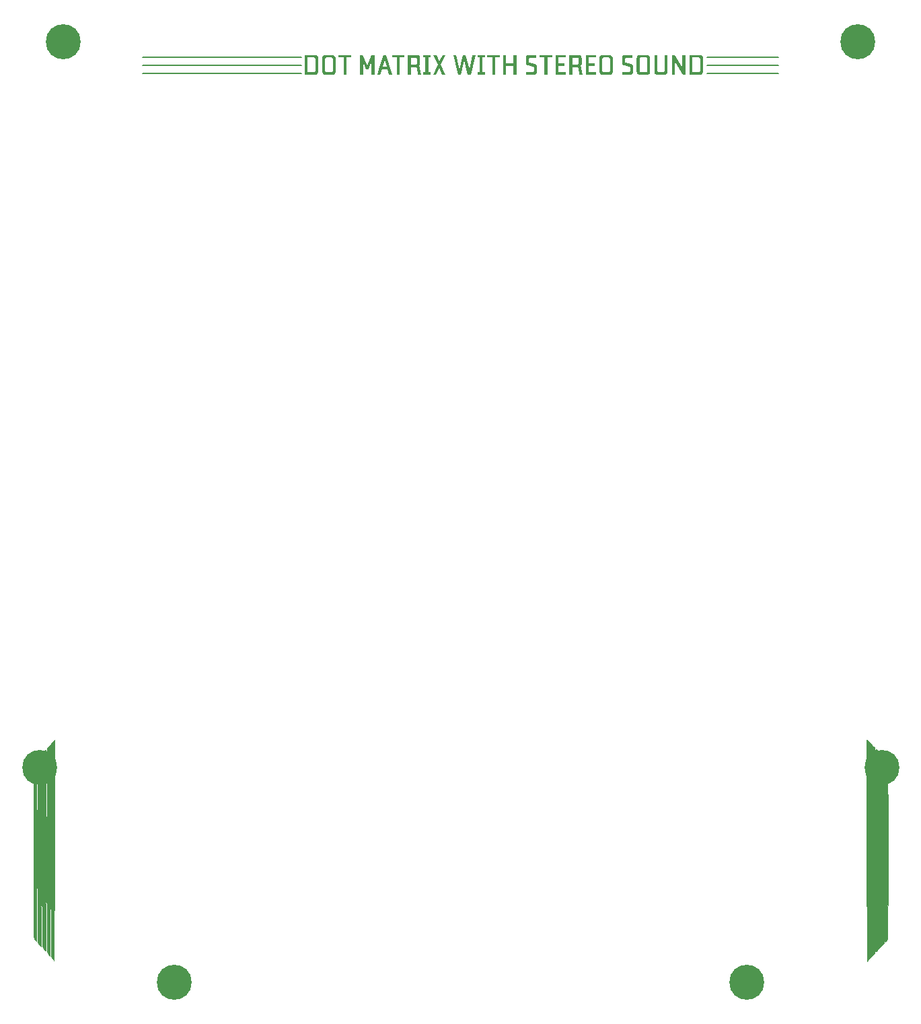
<source format=gbr>
%TF.GenerationSoftware,KiCad,Pcbnew,8.0.1*%
%TF.CreationDate,2024-04-02T00:15:24+02:00*%
%TF.ProjectId,frontpanel,66726f6e-7470-4616-9e65-6c2e6b696361,rev?*%
%TF.SameCoordinates,Original*%
%TF.FileFunction,Soldermask,Top*%
%TF.FilePolarity,Negative*%
%FSLAX46Y46*%
G04 Gerber Fmt 4.6, Leading zero omitted, Abs format (unit mm)*
G04 Created by KiCad (PCBNEW 8.0.1) date 2024-04-02 00:15:24*
%MOMM*%
%LPD*%
G01*
G04 APERTURE LIST*
%ADD10C,0.200000*%
%ADD11C,0.300000*%
%ADD12C,0.010000*%
%ADD13C,0.700000*%
%ADD14C,4.400000*%
G04 APERTURE END LIST*
D10*
X40000000Y84300000D02*
X31000000Y84300000D01*
D11*
G36*
X-18297419Y86596545D02*
G01*
X-18161021Y86576287D01*
X-18038454Y86514272D01*
X-17955518Y86410960D01*
X-17916176Y86289567D01*
X-17905907Y86165268D01*
X-17905907Y84566088D01*
X-17920691Y84419510D01*
X-17964929Y84303304D01*
X-18053543Y84206086D01*
X-18181750Y84150138D01*
X-18322951Y84135000D01*
X-19600341Y84135000D01*
X-19600341Y86278230D01*
X-19239473Y86278230D01*
X-19239473Y84449462D01*
X-18406605Y84449462D01*
X-18305674Y84482442D01*
X-18266775Y84601503D01*
X-18266775Y86122526D01*
X-18306160Y86238846D01*
X-18424312Y86278230D01*
X-19239473Y86278230D01*
X-19600341Y86278230D01*
X-19600341Y86596967D01*
X-18322951Y86596967D01*
X-18297419Y86596545D01*
G37*
G36*
X-16117831Y86596545D02*
G01*
X-15979923Y86576319D01*
X-15856434Y86514527D01*
X-15773190Y86411823D01*
X-15733841Y86291401D01*
X-15723597Y86168321D01*
X-15723597Y84562424D01*
X-15738348Y84417545D01*
X-15782619Y84302410D01*
X-15871610Y84205840D01*
X-16000851Y84150113D01*
X-16143695Y84135000D01*
X-16997323Y84135000D01*
X-17138806Y84150689D01*
X-17267833Y84207815D01*
X-17357432Y84305361D01*
X-17402355Y84420039D01*
X-17417421Y84562424D01*
X-17417421Y84605167D01*
X-17057163Y84605167D01*
X-17016405Y84494113D01*
X-16899626Y84449462D01*
X-16241392Y84449462D01*
X-16123239Y84488846D01*
X-16083855Y84605167D01*
X-16083855Y86126189D01*
X-16123239Y86242510D01*
X-16241392Y86281894D01*
X-16899626Y86281894D01*
X-17011248Y86242336D01*
X-17057163Y86126189D01*
X-17057163Y84605167D01*
X-17417421Y84605167D01*
X-17417421Y86168321D01*
X-17402355Y86311046D01*
X-17347071Y86442442D01*
X-17251800Y86534596D01*
X-17138806Y86581218D01*
X-16997323Y86596967D01*
X-16143695Y86596967D01*
X-16117831Y86596545D01*
G37*
G36*
X-14369270Y84135000D02*
G01*
X-14369270Y86284947D01*
X-13756831Y86284947D01*
X-13756831Y86596967D01*
X-15338914Y86596967D01*
X-15338914Y86284947D01*
X-14730139Y86284947D01*
X-14730139Y84135000D01*
X-14369270Y84135000D01*
G37*
G36*
X-12278551Y84135000D02*
G01*
X-12278551Y85740896D01*
X-11879825Y84804225D01*
X-11578796Y84804225D01*
X-11190450Y85772648D01*
X-11190450Y84135000D01*
X-10826528Y84135000D01*
X-10826528Y86596967D01*
X-11190450Y86596967D01*
X-11729005Y85328736D01*
X-12296259Y86596967D01*
X-12639420Y86596967D01*
X-12639420Y84135000D01*
X-12278551Y84135000D01*
G37*
G36*
X-8594759Y84135000D02*
G01*
X-8990432Y84135000D01*
X-9193154Y84799340D01*
X-9882529Y84799340D01*
X-10085861Y84135000D01*
X-10477871Y84135000D01*
X-10175189Y85124794D01*
X-9798876Y85124794D01*
X-9280471Y85124794D01*
X-9539979Y86006510D01*
X-9798876Y85124794D01*
X-10175189Y85124794D01*
X-9724993Y86596967D01*
X-9361071Y86596967D01*
X-8594759Y84135000D01*
G37*
G36*
X-7659919Y84135000D02*
G01*
X-7659919Y86284947D01*
X-7047480Y86284947D01*
X-7047480Y86596967D01*
X-8629563Y86596967D01*
X-8629563Y86284947D01*
X-8020788Y86284947D01*
X-8020788Y84135000D01*
X-7659919Y84135000D01*
G37*
G36*
X-5398039Y86586693D02*
G01*
X-5263044Y86537880D01*
X-5168306Y86449075D01*
X-5113785Y86320469D01*
X-5099033Y86178702D01*
X-5099033Y85536953D01*
X-5101995Y85488845D01*
X-5138875Y85365144D01*
X-5218101Y85268897D01*
X-5256570Y85247526D01*
X-5221154Y85226765D01*
X-5212468Y85219726D01*
X-5145306Y85114882D01*
X-5109413Y84995345D01*
X-4994009Y84135000D01*
X-5368311Y84135000D01*
X-5480662Y84918408D01*
X-5535235Y85033890D01*
X-5655296Y85072892D01*
X-6267735Y85072892D01*
X-6267735Y84135000D01*
X-6628604Y84135000D01*
X-6628604Y86270903D01*
X-6267735Y86270903D01*
X-6267735Y85398346D01*
X-5630872Y85398346D01*
X-5515467Y85448568D01*
X-5473335Y85565652D01*
X-5473335Y86107260D01*
X-5512719Y86230527D01*
X-5630872Y86270903D01*
X-6267735Y86270903D01*
X-6628604Y86270903D01*
X-6628604Y86596967D01*
X-5519131Y86596967D01*
X-5398039Y86586693D01*
G37*
G36*
X-3744706Y84135000D02*
G01*
X-3744706Y84446409D01*
X-4049399Y84446409D01*
X-4049399Y86284947D01*
X-3744706Y86284947D01*
X-3744706Y86596967D01*
X-4714351Y86596967D01*
X-4714351Y86284947D01*
X-4409658Y86284947D01*
X-4409658Y84446409D01*
X-4714351Y84446409D01*
X-4714351Y84135000D01*
X-3744706Y84135000D01*
G37*
G36*
X-3060216Y84135000D02*
G01*
X-2678586Y84934284D01*
X-2304284Y84135000D01*
X-1887850Y84135000D01*
X-2468538Y85370868D01*
X-1894567Y86596967D01*
X-2290240Y86596967D01*
X-2668206Y85797072D01*
X-3039455Y86596967D01*
X-3459553Y86596967D01*
X-2878255Y85356824D01*
X-3455889Y84135000D01*
X-3060216Y84135000D01*
G37*
G36*
X1288527Y84135000D02*
G01*
X1872878Y86596967D01*
X1501629Y86596967D01*
X1105956Y84821322D01*
X658381Y86596967D01*
X283468Y86596967D01*
X-118921Y84821322D01*
X-559780Y86596967D01*
X-934692Y86596967D01*
X-325307Y84135000D01*
X63039Y84135000D01*
X462376Y85870956D01*
X899570Y84135000D01*
X1288527Y84135000D01*
G37*
G36*
X3086765Y84135000D02*
G01*
X3086765Y84446409D01*
X2782072Y84446409D01*
X2782072Y86284947D01*
X3086765Y86284947D01*
X3086765Y86596967D01*
X2117121Y86596967D01*
X2117121Y86284947D01*
X2421814Y86284947D01*
X2421814Y84446409D01*
X2117121Y84446409D01*
X2117121Y84135000D01*
X3086765Y84135000D01*
G37*
G36*
X4334846Y84135000D02*
G01*
X4334846Y86284947D01*
X4947285Y86284947D01*
X4947285Y86596967D01*
X3365202Y86596967D01*
X3365202Y86284947D01*
X3973977Y86284947D01*
X3973977Y84135000D01*
X4334846Y84135000D01*
G37*
G36*
X5727030Y84135000D02*
G01*
X5727030Y85215774D01*
X6664923Y85215774D01*
X6664923Y84135000D01*
X7028845Y84135000D01*
X7028845Y86596967D01*
X6664923Y86596967D01*
X6664923Y85541838D01*
X5727030Y85541838D01*
X5727030Y86596967D01*
X5366161Y86596967D01*
X5366161Y84135000D01*
X5727030Y84135000D01*
G37*
G36*
X9341214Y84135000D02*
G01*
X9471776Y84164061D01*
X9561819Y84248713D01*
X9600453Y84369287D01*
X9603164Y84418321D01*
X9603164Y85194403D01*
X9582443Y85314861D01*
X9510816Y85416244D01*
X9402608Y85477205D01*
X9341214Y85494822D01*
X8703740Y85643199D01*
X8604564Y85717438D01*
X8588335Y85787913D01*
X8588335Y86140844D01*
X8649069Y86249122D01*
X8717784Y86260523D01*
X9540272Y86260523D01*
X9519511Y86596967D01*
X8486974Y86596967D01*
X8356271Y86567764D01*
X8265951Y86482836D01*
X8227139Y86362084D01*
X8224413Y86313035D01*
X8224413Y85582749D01*
X8245148Y85462304D01*
X8316889Y85361036D01*
X8425378Y85300356D01*
X8486974Y85282941D01*
X9127501Y85138227D01*
X9223207Y85061770D01*
X9239242Y84986186D01*
X9239242Y84590512D01*
X9178779Y84482234D01*
X9109794Y84470833D01*
X8234794Y84470833D01*
X8256165Y84135000D01*
X9341214Y84135000D01*
G37*
G36*
X10929403Y84135000D02*
G01*
X10929403Y86284947D01*
X11541842Y86284947D01*
X11541842Y86596967D01*
X9959759Y86596967D01*
X9959759Y86284947D01*
X10568534Y86284947D01*
X10568534Y84135000D01*
X10929403Y84135000D01*
G37*
G36*
X13221011Y84135000D02*
G01*
X13221011Y84463506D01*
X12321587Y84463506D01*
X12321587Y85212721D01*
X13063475Y85212721D01*
X13063475Y85541838D01*
X12321587Y85541838D01*
X12321587Y86274567D01*
X13213684Y86274567D01*
X13213684Y86596967D01*
X11960718Y86596967D01*
X11960718Y84135000D01*
X13221011Y84135000D01*
G37*
G36*
X14940062Y86586693D02*
G01*
X15075057Y86537880D01*
X15169795Y86449075D01*
X15224316Y86320469D01*
X15239068Y86178702D01*
X15239068Y85536953D01*
X15236105Y85488845D01*
X15199226Y85365144D01*
X15119999Y85268897D01*
X15081531Y85247526D01*
X15116946Y85226765D01*
X15125632Y85219726D01*
X15192795Y85114882D01*
X15228688Y84995345D01*
X15344092Y84135000D01*
X14969790Y84135000D01*
X14857438Y84918408D01*
X14802865Y85033890D01*
X14682805Y85072892D01*
X14070366Y85072892D01*
X14070366Y84135000D01*
X13709497Y84135000D01*
X13709497Y86270903D01*
X14070366Y86270903D01*
X14070366Y85398346D01*
X14707229Y85398346D01*
X14822634Y85448568D01*
X14864766Y85565652D01*
X14864766Y86107260D01*
X14825382Y86230527D01*
X14707229Y86270903D01*
X14070366Y86270903D01*
X13709497Y86270903D01*
X13709497Y86596967D01*
X14818970Y86596967D01*
X14940062Y86586693D01*
G37*
G36*
X17023872Y84135000D02*
G01*
X17023872Y84463506D01*
X16124448Y84463506D01*
X16124448Y85212721D01*
X16866336Y85212721D01*
X16866336Y85541838D01*
X16124448Y85541838D01*
X16124448Y86274567D01*
X17016545Y86274567D01*
X17016545Y86596967D01*
X15763579Y86596967D01*
X15763579Y84135000D01*
X17023872Y84135000D01*
G37*
G36*
X18777144Y86596545D02*
G01*
X18915052Y86576319D01*
X19038541Y86514527D01*
X19121785Y86411823D01*
X19161134Y86291401D01*
X19171378Y86168321D01*
X19171378Y84562424D01*
X19156626Y84417545D01*
X19112355Y84302410D01*
X19023364Y84205840D01*
X18894123Y84150113D01*
X18751280Y84135000D01*
X17897651Y84135000D01*
X17756169Y84150689D01*
X17627141Y84207815D01*
X17537542Y84305361D01*
X17492619Y84420039D01*
X17477554Y84562424D01*
X17477554Y84605167D01*
X17837812Y84605167D01*
X17878570Y84494113D01*
X17995348Y84449462D01*
X18653583Y84449462D01*
X18771735Y84488846D01*
X18811120Y84605167D01*
X18811120Y86126189D01*
X18771735Y86242510D01*
X18653583Y86281894D01*
X17995348Y86281894D01*
X17883727Y86242336D01*
X17837812Y86126189D01*
X17837812Y84605167D01*
X17477554Y84605167D01*
X17477554Y86168321D01*
X17492619Y86311046D01*
X17547903Y86442442D01*
X17643175Y86534596D01*
X17756169Y86581218D01*
X17897651Y86596967D01*
X18751280Y86596967D01*
X18777144Y86596545D01*
G37*
G36*
X21448332Y84135000D02*
G01*
X21578894Y84164061D01*
X21668937Y84248713D01*
X21707571Y84369287D01*
X21710282Y84418321D01*
X21710282Y85194403D01*
X21689561Y85314861D01*
X21617934Y85416244D01*
X21509726Y85477205D01*
X21448332Y85494822D01*
X20810858Y85643199D01*
X20711682Y85717438D01*
X20695453Y85787913D01*
X20695453Y86140844D01*
X20756187Y86249122D01*
X20824902Y86260523D01*
X21647390Y86260523D01*
X21626629Y86596967D01*
X20594092Y86596967D01*
X20463389Y86567764D01*
X20373069Y86482836D01*
X20334257Y86362084D01*
X20331531Y86313035D01*
X20331531Y85582749D01*
X20352266Y85462304D01*
X20424007Y85361036D01*
X20532496Y85300356D01*
X20594092Y85282941D01*
X21234619Y85138227D01*
X21330325Y85061770D01*
X21346360Y84986186D01*
X21346360Y84590512D01*
X21285897Y84482234D01*
X21216912Y84470833D01*
X20341912Y84470833D01*
X20363283Y84135000D01*
X21448332Y84135000D01*
G37*
G36*
X23471491Y86596545D02*
G01*
X23609399Y86576319D01*
X23732888Y86514527D01*
X23816132Y86411823D01*
X23855482Y86291401D01*
X23865725Y86168321D01*
X23865725Y84562424D01*
X23850974Y84417545D01*
X23806703Y84302410D01*
X23717712Y84205840D01*
X23588471Y84150113D01*
X23445628Y84135000D01*
X22591999Y84135000D01*
X22450516Y84150689D01*
X22321489Y84207815D01*
X22231890Y84305361D01*
X22186967Y84420039D01*
X22171901Y84562424D01*
X22171901Y84605167D01*
X22532159Y84605167D01*
X22572917Y84494113D01*
X22689696Y84449462D01*
X23347930Y84449462D01*
X23466083Y84488846D01*
X23505467Y84605167D01*
X23505467Y86126189D01*
X23466083Y86242510D01*
X23347930Y86281894D01*
X22689696Y86281894D01*
X22578074Y86242336D01*
X22532159Y86126189D01*
X22532159Y84605167D01*
X22171901Y84605167D01*
X22171901Y86168321D01*
X22186967Y86311046D01*
X22242251Y86442442D01*
X22337522Y86534596D01*
X22450516Y86581218D01*
X22591999Y86596967D01*
X23445628Y86596967D01*
X23471491Y86596545D01*
G37*
G36*
X24390237Y84566088D02*
G01*
X24401430Y84428579D01*
X24447303Y84297382D01*
X24536001Y84202008D01*
X24652073Y84152231D01*
X24780818Y84135489D01*
X24810334Y84135000D01*
X25629159Y84135000D01*
X25751714Y84145512D01*
X25871054Y84185891D01*
X25972270Y84271314D01*
X26032802Y84398034D01*
X26052510Y84539548D01*
X26052920Y84566088D01*
X26052920Y86596967D01*
X25685334Y86596967D01*
X25685334Y84618600D01*
X25650911Y84499914D01*
X25545505Y84460453D01*
X24890935Y84460453D01*
X24777410Y84510407D01*
X24751106Y84618600D01*
X24751106Y86596967D01*
X24390237Y86596967D01*
X24390237Y84566088D01*
G37*
G36*
X26973715Y84135000D02*
G01*
X26973715Y85814780D01*
X27956793Y84135000D01*
X28275530Y84135000D01*
X28275530Y86596967D01*
X27911608Y86596967D01*
X27911608Y85018548D01*
X26966388Y86596967D01*
X26612847Y86596967D01*
X26612847Y84135000D01*
X26973715Y84135000D01*
G37*
G36*
X30138379Y86596545D02*
G01*
X30274777Y86576287D01*
X30397344Y86514272D01*
X30480280Y86410960D01*
X30519622Y86289567D01*
X30529891Y86165268D01*
X30529891Y84566088D01*
X30515108Y84419510D01*
X30470869Y84303304D01*
X30382255Y84206086D01*
X30254048Y84150138D01*
X30112847Y84135000D01*
X28835457Y84135000D01*
X28835457Y86278230D01*
X29196325Y86278230D01*
X29196325Y84449462D01*
X30029193Y84449462D01*
X30130125Y84482442D01*
X30169023Y84601503D01*
X30169023Y86122526D01*
X30129638Y86238846D01*
X30011486Y86278230D01*
X29196325Y86278230D01*
X28835457Y86278230D01*
X28835457Y86596967D01*
X30112847Y86596967D01*
X30138379Y86596545D01*
G37*
D10*
X-20000000Y85300000D02*
X-40000000Y85300000D01*
X40000000Y85300000D02*
X31000000Y85300000D01*
X-20000000Y84300000D02*
X-40000000Y84300000D01*
X40000000Y86300000D02*
X31000000Y86300000D01*
X-20000000Y86300000D02*
X-40000000Y86300000D01*
D12*
%TO.C,N1*%
X51180201Y451102D02*
X51310061Y320866D01*
X51351035Y272358D01*
X51555910Y21667D01*
X51555910Y-26902333D01*
X51359733Y-27142116D01*
X51163557Y-27381898D01*
X51118589Y-13468449D01*
X51113889Y-11946730D01*
X51109757Y-10471063D01*
X51106200Y-9050325D01*
X51103223Y-7693391D01*
X51100832Y-6409136D01*
X51099031Y-5206435D01*
X51097827Y-4094165D01*
X51097225Y-3081199D01*
X51097231Y-2176415D01*
X51097850Y-1388687D01*
X51099088Y-726890D01*
X51100950Y-199900D01*
X51103442Y183407D01*
X51106569Y414157D01*
X51109891Y484025D01*
X51180201Y451102D01*
G36*
X51180201Y451102D02*
G01*
X51310061Y320866D01*
X51351035Y272358D01*
X51555910Y21667D01*
X51555910Y-26902333D01*
X51359733Y-27142116D01*
X51163557Y-27381898D01*
X51118589Y-13468449D01*
X51113889Y-11946730D01*
X51109757Y-10471063D01*
X51106200Y-9050325D01*
X51103223Y-7693391D01*
X51100832Y-6409136D01*
X51099031Y-5206435D01*
X51097827Y-4094165D01*
X51097225Y-3081199D01*
X51097231Y-2176415D01*
X51097850Y-1388687D01*
X51099088Y-726890D01*
X51100950Y-199900D01*
X51103442Y183407D01*
X51106569Y414157D01*
X51109891Y484025D01*
X51180201Y451102D01*
G37*
X-51141712Y-13419167D02*
X-51141537Y-14937456D01*
X-51141678Y-16409257D01*
X-51142120Y-17825712D01*
X-51142848Y-19177964D01*
X-51143847Y-20457153D01*
X-51145102Y-21654423D01*
X-51146599Y-22760914D01*
X-51148321Y-23767769D01*
X-51150256Y-24666130D01*
X-51152387Y-25447138D01*
X-51154699Y-26101936D01*
X-51157178Y-26621665D01*
X-51159809Y-26997467D01*
X-51162576Y-27220484D01*
X-51165078Y-27283333D01*
X-51227221Y-27222542D01*
X-51347125Y-27072375D01*
X-51376745Y-27032762D01*
X-51562000Y-26782190D01*
X-51561580Y-13422595D01*
X-51561159Y-63000D01*
X-51144757Y445000D01*
X-51141712Y-13419167D01*
G36*
X-51141712Y-13419167D02*
G01*
X-51141537Y-14937456D01*
X-51141678Y-16409257D01*
X-51142120Y-17825712D01*
X-51142848Y-19177964D01*
X-51143847Y-20457153D01*
X-51145102Y-21654423D01*
X-51146599Y-22760914D01*
X-51148321Y-23767769D01*
X-51150256Y-24666130D01*
X-51152387Y-25447138D01*
X-51154699Y-26101936D01*
X-51157178Y-26621665D01*
X-51159809Y-26997467D01*
X-51162576Y-27220484D01*
X-51165078Y-27283333D01*
X-51227221Y-27222542D01*
X-51347125Y-27072375D01*
X-51376745Y-27032762D01*
X-51562000Y-26782190D01*
X-51561580Y-13422595D01*
X-51561159Y-63000D01*
X-51144757Y445000D01*
X-51141712Y-13419167D01*
G37*
X51858333Y-274667D02*
X52070000Y-473517D01*
X52070000Y-26342557D01*
X51652018Y-26817667D01*
X51649342Y-13446741D01*
X51646667Y-75816D01*
X51858333Y-274667D01*
G36*
X51858333Y-274667D02*
G01*
X52070000Y-473517D01*
X52070000Y-26342557D01*
X51652018Y-26817667D01*
X51649342Y-13446741D01*
X51646667Y-75816D01*
X51858333Y-274667D01*
G37*
X-51646667Y-13425575D02*
X-51646894Y-14910222D01*
X-51647558Y-16348185D01*
X-51648634Y-17730405D01*
X-51650099Y-19047829D01*
X-51651927Y-20291399D01*
X-51654093Y-21452060D01*
X-51656572Y-22520756D01*
X-51659341Y-23488431D01*
X-51662374Y-24346029D01*
X-51665647Y-25084494D01*
X-51669135Y-25694770D01*
X-51672812Y-26167802D01*
X-51676656Y-26494534D01*
X-51680640Y-26665908D01*
X-51682855Y-26690667D01*
X-51754094Y-26631276D01*
X-51879589Y-26486402D01*
X-51894522Y-26467582D01*
X-52070000Y-26244497D01*
X-52070000Y-558184D01*
X-51858333Y-359333D01*
X-51646667Y-160483D01*
X-51646667Y-13425575D01*
G36*
X-51646667Y-13425575D02*
G01*
X-51646894Y-14910222D01*
X-51647558Y-16348185D01*
X-51648634Y-17730405D01*
X-51650099Y-19047829D01*
X-51651927Y-20291399D01*
X-51654093Y-21452060D01*
X-51656572Y-22520756D01*
X-51659341Y-23488431D01*
X-51662374Y-24346029D01*
X-51665647Y-25084494D01*
X-51669135Y-25694770D01*
X-51672812Y-26167802D01*
X-51676656Y-26494534D01*
X-51680640Y-26665908D01*
X-51682855Y-26690667D01*
X-51754094Y-26631276D01*
X-51879589Y-26486402D01*
X-51894522Y-26467582D01*
X-52070000Y-26244497D01*
X-52070000Y-558184D01*
X-51858333Y-359333D01*
X-51646667Y-160483D01*
X-51646667Y-13425575D01*
G37*
X52330729Y-760723D02*
X52466166Y-914634D01*
X52487568Y-943903D01*
X52662667Y-1189807D01*
X52659622Y-13453403D01*
X52656577Y-25717000D01*
X52464222Y-25951989D01*
X52324310Y-26091123D01*
X52224512Y-26134582D01*
X52213267Y-26128378D01*
X52204465Y-26036724D01*
X52196401Y-25787632D01*
X52189067Y-25392383D01*
X52182454Y-24862260D01*
X52176552Y-24208545D01*
X52171353Y-23442520D01*
X52166847Y-22575466D01*
X52163025Y-21618667D01*
X52159879Y-20583403D01*
X52157400Y-19480957D01*
X52155578Y-18322611D01*
X52154404Y-17119647D01*
X52153870Y-15883347D01*
X52153966Y-14624993D01*
X52154684Y-13355867D01*
X52156014Y-12087251D01*
X52157948Y-10830427D01*
X52160476Y-9596677D01*
X52163590Y-8397283D01*
X52167279Y-7243527D01*
X52171537Y-6146692D01*
X52176353Y-5118058D01*
X52181718Y-4168909D01*
X52187623Y-3310526D01*
X52194060Y-2554191D01*
X52201019Y-1911186D01*
X52208492Y-1392794D01*
X52216469Y-1010296D01*
X52224941Y-774974D01*
X52233568Y-698000D01*
X52330729Y-760723D01*
G36*
X52330729Y-760723D02*
G01*
X52466166Y-914634D01*
X52487568Y-943903D01*
X52662667Y-1189807D01*
X52659622Y-13453403D01*
X52656577Y-25717000D01*
X52464222Y-25951989D01*
X52324310Y-26091123D01*
X52224512Y-26134582D01*
X52213267Y-26128378D01*
X52204465Y-26036724D01*
X52196401Y-25787632D01*
X52189067Y-25392383D01*
X52182454Y-24862260D01*
X52176552Y-24208545D01*
X52171353Y-23442520D01*
X52166847Y-22575466D01*
X52163025Y-21618667D01*
X52159879Y-20583403D01*
X52157400Y-19480957D01*
X52155578Y-18322611D01*
X52154404Y-17119647D01*
X52153870Y-15883347D01*
X52153966Y-14624993D01*
X52154684Y-13355867D01*
X52156014Y-12087251D01*
X52157948Y-10830427D01*
X52160476Y-9596677D01*
X52163590Y-8397283D01*
X52167279Y-7243527D01*
X52171537Y-6146692D01*
X52176353Y-5118058D01*
X52181718Y-4168909D01*
X52187623Y-3310526D01*
X52194060Y-2554191D01*
X52201019Y-1911186D01*
X52208492Y-1392794D01*
X52216469Y-1010296D01*
X52224941Y-774974D01*
X52233568Y-698000D01*
X52330729Y-760723D01*
G37*
X-52223801Y-865446D02*
X-52214983Y-1106238D01*
X-52206742Y-1493724D01*
X-52199082Y-2016583D01*
X-52192009Y-2663495D01*
X-52185529Y-3423142D01*
X-52179647Y-4284203D01*
X-52174368Y-5235360D01*
X-52169698Y-6265291D01*
X-52165642Y-7362678D01*
X-52162207Y-8516201D01*
X-52159396Y-9714540D01*
X-52157217Y-10946375D01*
X-52155675Y-12200388D01*
X-52154774Y-13465258D01*
X-52154521Y-14729665D01*
X-52154921Y-15982290D01*
X-52155979Y-17211814D01*
X-52157702Y-18406917D01*
X-52160093Y-19556278D01*
X-52163160Y-20648579D01*
X-52166908Y-21672500D01*
X-52171341Y-22616721D01*
X-52176466Y-23469922D01*
X-52182288Y-24220784D01*
X-52188812Y-24857987D01*
X-52196045Y-25370212D01*
X-52203990Y-25746139D01*
X-52212655Y-25974447D01*
X-52220909Y-26044279D01*
X-52305276Y-26008109D01*
X-52434118Y-25867677D01*
X-52474909Y-25811204D01*
X-52662667Y-25537188D01*
X-52662667Y-1228836D01*
X-52487188Y-1005751D01*
X-52346037Y-853382D01*
X-52239011Y-783194D01*
X-52233188Y-782667D01*
X-52223801Y-865446D01*
G36*
X-52223801Y-865446D02*
G01*
X-52214983Y-1106238D01*
X-52206742Y-1493724D01*
X-52199082Y-2016583D01*
X-52192009Y-2663495D01*
X-52185529Y-3423142D01*
X-52179647Y-4284203D01*
X-52174368Y-5235360D01*
X-52169698Y-6265291D01*
X-52165642Y-7362678D01*
X-52162207Y-8516201D01*
X-52159396Y-9714540D01*
X-52157217Y-10946375D01*
X-52155675Y-12200388D01*
X-52154774Y-13465258D01*
X-52154521Y-14729665D01*
X-52154921Y-15982290D01*
X-52155979Y-17211814D01*
X-52157702Y-18406917D01*
X-52160093Y-19556278D01*
X-52163160Y-20648579D01*
X-52166908Y-21672500D01*
X-52171341Y-22616721D01*
X-52176466Y-23469922D01*
X-52182288Y-24220784D01*
X-52188812Y-24857987D01*
X-52196045Y-25370212D01*
X-52203990Y-25746139D01*
X-52212655Y-25974447D01*
X-52220909Y-26044279D01*
X-52305276Y-26008109D01*
X-52434118Y-25867677D01*
X-52474909Y-25811204D01*
X-52662667Y-25537188D01*
X-52662667Y-1228836D01*
X-52487188Y-1005751D01*
X-52346037Y-853382D01*
X-52239011Y-783194D01*
X-52233188Y-782667D01*
X-52223801Y-865446D01*
G37*
X53003815Y-1524836D02*
X53255333Y-1801338D01*
X53255333Y-25079328D01*
X53003815Y-25355831D01*
X52752297Y-25632333D01*
X52752297Y-1248333D01*
X53003815Y-1524836D01*
G36*
X53003815Y-1524836D02*
G01*
X53255333Y-1801338D01*
X53255333Y-25079328D01*
X53003815Y-25355831D01*
X52752297Y-25632333D01*
X52752297Y-1248333D01*
X53003815Y-1524836D01*
G37*
X-52747333Y-13424493D02*
X-52747573Y-14840319D01*
X-52748273Y-16209027D01*
X-52749406Y-17521126D01*
X-52750945Y-18767127D01*
X-52752862Y-19937541D01*
X-52755131Y-21022878D01*
X-52757724Y-22013649D01*
X-52760613Y-22900365D01*
X-52763771Y-23673537D01*
X-52767171Y-24323674D01*
X-52770785Y-24841287D01*
X-52774587Y-25216887D01*
X-52778548Y-25440985D01*
X-52782141Y-25505333D01*
X-52853147Y-25446966D01*
X-52987767Y-25301339D01*
X-53036141Y-25244837D01*
X-53255333Y-24984341D01*
X-53255333Y-1830347D01*
X-53001333Y-1587000D01*
X-52747333Y-1343652D01*
X-52747333Y-13424493D01*
G36*
X-52747333Y-13424493D02*
G01*
X-52747573Y-14840319D01*
X-52748273Y-16209027D01*
X-52749406Y-17521126D01*
X-52750945Y-18767127D01*
X-52752862Y-19937541D01*
X-52755131Y-21022878D01*
X-52757724Y-22013649D01*
X-52760613Y-22900365D01*
X-52763771Y-23673537D01*
X-52767171Y-24323674D01*
X-52770785Y-24841287D01*
X-52774587Y-25216887D01*
X-52778548Y-25440985D01*
X-52782141Y-25505333D01*
X-52853147Y-25446966D01*
X-52987767Y-25301339D01*
X-53036141Y-25244837D01*
X-53255333Y-24984341D01*
X-53255333Y-1830347D01*
X-53001333Y-1587000D01*
X-52747333Y-1343652D01*
X-52747333Y-13424493D01*
G37*
X53517725Y-2024415D02*
X53623211Y-2122833D01*
X53643425Y-2154669D01*
X53661610Y-2208885D01*
X53677872Y-2294034D01*
X53692319Y-2418665D01*
X53705055Y-2591332D01*
X53716188Y-2820584D01*
X53725823Y-3114975D01*
X53734066Y-3483054D01*
X53741024Y-3933374D01*
X53746803Y-4474485D01*
X53751509Y-5114940D01*
X53755249Y-5863289D01*
X53758127Y-6728084D01*
X53760252Y-7717877D01*
X53761728Y-8841218D01*
X53762662Y-10106659D01*
X53763161Y-11522752D01*
X53763330Y-13098048D01*
X53763333Y-13406994D01*
X53763180Y-15019283D01*
X53762653Y-16470715D01*
X53761654Y-17769770D01*
X53760085Y-18924923D01*
X53757847Y-19944654D01*
X53754840Y-20837438D01*
X53750967Y-21611754D01*
X53746128Y-22276078D01*
X53740225Y-22838889D01*
X53733159Y-23308664D01*
X53724832Y-23693880D01*
X53715144Y-24003014D01*
X53703997Y-24244545D01*
X53691292Y-24426949D01*
X53676931Y-24558704D01*
X53660814Y-24648287D01*
X53642844Y-24704177D01*
X53631532Y-24724494D01*
X53507242Y-24864142D01*
X53419866Y-24912667D01*
X53408239Y-24828813D01*
X53397405Y-24580499D01*
X53387397Y-24172597D01*
X53378249Y-23609979D01*
X53369995Y-22897517D01*
X53362669Y-22040082D01*
X53356305Y-21042546D01*
X53350936Y-19909780D01*
X53346596Y-18646658D01*
X53343320Y-17258050D01*
X53341142Y-15748828D01*
X53340094Y-14123865D01*
X53340000Y-13440333D01*
X53340518Y-12061187D01*
X53342031Y-10729408D01*
X53344479Y-9454735D01*
X53347800Y-8246904D01*
X53351935Y-7115654D01*
X53356822Y-6070723D01*
X53362400Y-5121848D01*
X53368610Y-4278767D01*
X53375390Y-3551219D01*
X53382679Y-2948940D01*
X53390417Y-2481668D01*
X53398543Y-2159142D01*
X53406996Y-1991100D01*
X53411544Y-1968000D01*
X53517725Y-2024415D01*
G36*
X53517725Y-2024415D02*
G01*
X53623211Y-2122833D01*
X53643425Y-2154669D01*
X53661610Y-2208885D01*
X53677872Y-2294034D01*
X53692319Y-2418665D01*
X53705055Y-2591332D01*
X53716188Y-2820584D01*
X53725823Y-3114975D01*
X53734066Y-3483054D01*
X53741024Y-3933374D01*
X53746803Y-4474485D01*
X53751509Y-5114940D01*
X53755249Y-5863289D01*
X53758127Y-6728084D01*
X53760252Y-7717877D01*
X53761728Y-8841218D01*
X53762662Y-10106659D01*
X53763161Y-11522752D01*
X53763330Y-13098048D01*
X53763333Y-13406994D01*
X53763180Y-15019283D01*
X53762653Y-16470715D01*
X53761654Y-17769770D01*
X53760085Y-18924923D01*
X53757847Y-19944654D01*
X53754840Y-20837438D01*
X53750967Y-21611754D01*
X53746128Y-22276078D01*
X53740225Y-22838889D01*
X53733159Y-23308664D01*
X53724832Y-23693880D01*
X53715144Y-24003014D01*
X53703997Y-24244545D01*
X53691292Y-24426949D01*
X53676931Y-24558704D01*
X53660814Y-24648287D01*
X53642844Y-24704177D01*
X53631532Y-24724494D01*
X53507242Y-24864142D01*
X53419866Y-24912667D01*
X53408239Y-24828813D01*
X53397405Y-24580499D01*
X53387397Y-24172597D01*
X53378249Y-23609979D01*
X53369995Y-22897517D01*
X53362669Y-22040082D01*
X53356305Y-21042546D01*
X53350936Y-19909780D01*
X53346596Y-18646658D01*
X53343320Y-17258050D01*
X53341142Y-15748828D01*
X53340094Y-14123865D01*
X53340000Y-13440333D01*
X53340518Y-12061187D01*
X53342031Y-10729408D01*
X53344479Y-9454735D01*
X53347800Y-8246904D01*
X53351935Y-7115654D01*
X53356822Y-6070723D01*
X53362400Y-5121848D01*
X53368610Y-4278767D01*
X53375390Y-3551219D01*
X53382679Y-2948940D01*
X53390417Y-2481668D01*
X53398543Y-2159142D01*
X53406996Y-1991100D01*
X53411544Y-1968000D01*
X53517725Y-2024415D01*
G37*
X-53389976Y-2135704D02*
X-53383356Y-2378301D01*
X-53377021Y-2770683D01*
X-53371019Y-3303077D01*
X-53365401Y-3965708D01*
X-53360215Y-4748803D01*
X-53355509Y-5642587D01*
X-53351332Y-6637287D01*
X-53347733Y-7723129D01*
X-53344762Y-8890338D01*
X-53342465Y-10129142D01*
X-53340893Y-11429765D01*
X-53340095Y-12782434D01*
X-53340000Y-13440333D01*
X-53340548Y-14909395D01*
X-53342155Y-16310262D01*
X-53344766Y-17634571D01*
X-53348327Y-18873960D01*
X-53352781Y-20020067D01*
X-53358075Y-21064528D01*
X-53364152Y-21998982D01*
X-53370959Y-22815066D01*
X-53378439Y-23504418D01*
X-53386539Y-24058674D01*
X-53395202Y-24469474D01*
X-53404375Y-24728453D01*
X-53414001Y-24827249D01*
X-53414929Y-24828000D01*
X-53510407Y-24764326D01*
X-53626596Y-24619312D01*
X-53646435Y-24578014D01*
X-53664276Y-24512101D01*
X-53680224Y-24412977D01*
X-53694383Y-24272048D01*
X-53706859Y-24080720D01*
X-53717755Y-23830397D01*
X-53727175Y-23512485D01*
X-53735226Y-23118389D01*
X-53742010Y-22639515D01*
X-53747632Y-22067267D01*
X-53752197Y-21393051D01*
X-53755810Y-20608272D01*
X-53758574Y-19704336D01*
X-53760595Y-18672647D01*
X-53761976Y-17504611D01*
X-53762823Y-16191634D01*
X-53763240Y-14725120D01*
X-53763333Y-13371768D01*
X-53763261Y-11778513D01*
X-53762962Y-10345938D01*
X-53762317Y-9065391D01*
X-53761207Y-7928218D01*
X-53759512Y-6925768D01*
X-53757111Y-6049386D01*
X-53753885Y-5290420D01*
X-53749714Y-4640217D01*
X-53744479Y-4090124D01*
X-53738058Y-3631488D01*
X-53730334Y-3255657D01*
X-53721185Y-2953977D01*
X-53710491Y-2717796D01*
X-53698134Y-2538461D01*
X-53683993Y-2407318D01*
X-53667948Y-2315715D01*
X-53649880Y-2255000D01*
X-53629668Y-2216518D01*
X-53608500Y-2192789D01*
X-53468843Y-2085044D01*
X-53396833Y-2052667D01*
X-53389976Y-2135704D01*
G36*
X-53389976Y-2135704D02*
G01*
X-53383356Y-2378301D01*
X-53377021Y-2770683D01*
X-53371019Y-3303077D01*
X-53365401Y-3965708D01*
X-53360215Y-4748803D01*
X-53355509Y-5642587D01*
X-53351332Y-6637287D01*
X-53347733Y-7723129D01*
X-53344762Y-8890338D01*
X-53342465Y-10129142D01*
X-53340893Y-11429765D01*
X-53340095Y-12782434D01*
X-53340000Y-13440333D01*
X-53340548Y-14909395D01*
X-53342155Y-16310262D01*
X-53344766Y-17634571D01*
X-53348327Y-18873960D01*
X-53352781Y-20020067D01*
X-53358075Y-21064528D01*
X-53364152Y-21998982D01*
X-53370959Y-22815066D01*
X-53378439Y-23504418D01*
X-53386539Y-24058674D01*
X-53395202Y-24469474D01*
X-53404375Y-24728453D01*
X-53414001Y-24827249D01*
X-53414929Y-24828000D01*
X-53510407Y-24764326D01*
X-53626596Y-24619312D01*
X-53646435Y-24578014D01*
X-53664276Y-24512101D01*
X-53680224Y-24412977D01*
X-53694383Y-24272048D01*
X-53706859Y-24080720D01*
X-53717755Y-23830397D01*
X-53727175Y-23512485D01*
X-53735226Y-23118389D01*
X-53742010Y-22639515D01*
X-53747632Y-22067267D01*
X-53752197Y-21393051D01*
X-53755810Y-20608272D01*
X-53758574Y-19704336D01*
X-53760595Y-18672647D01*
X-53761976Y-17504611D01*
X-53762823Y-16191634D01*
X-53763240Y-14725120D01*
X-53763333Y-13371768D01*
X-53763261Y-11778513D01*
X-53762962Y-10345938D01*
X-53762317Y-9065391D01*
X-53761207Y-7928218D01*
X-53759512Y-6925768D01*
X-53757111Y-6049386D01*
X-53753885Y-5290420D01*
X-53749714Y-4640217D01*
X-53744479Y-4090124D01*
X-53738058Y-3631488D01*
X-53730334Y-3255657D01*
X-53721185Y-2953977D01*
X-53710491Y-2717796D01*
X-53698134Y-2538461D01*
X-53683993Y-2407318D01*
X-53667948Y-2315715D01*
X-53649880Y-2255000D01*
X-53629668Y-2216518D01*
X-53608500Y-2192789D01*
X-53468843Y-2085044D01*
X-53396833Y-2052667D01*
X-53389976Y-2135704D01*
G37*
%TD*%
D13*
%TO.C,H1*%
X-51650000Y88250000D03*
X-51166726Y89416726D03*
X-51166726Y87083274D03*
X-50000000Y89900000D03*
D14*
X-50000000Y88250000D03*
D13*
X-50000000Y86600000D03*
X-48833274Y89416726D03*
X-48833274Y87083274D03*
X-48350000Y88250000D03*
%TD*%
%TO.C,H2*%
X50000000Y86600000D03*
X48833274Y87083274D03*
X51166726Y87083274D03*
X48350000Y88250000D03*
D14*
X50000000Y88250000D03*
D13*
X51650000Y88250000D03*
X48833274Y89416726D03*
X51166726Y89416726D03*
X50000000Y89900000D03*
%TD*%
%TO.C,H5*%
X-54650000Y-3000000D03*
X-54166726Y-1833274D03*
X-54166726Y-4166726D03*
X-53000000Y-1350000D03*
D14*
X-53000000Y-3000000D03*
D13*
X-53000000Y-4650000D03*
X-51833274Y-1833274D03*
X-51833274Y-4166726D03*
X-51350000Y-3000000D03*
%TD*%
%TO.C,H4*%
X34350000Y-30000000D03*
X34833274Y-28833274D03*
X34833274Y-31166726D03*
X36000000Y-28350000D03*
D14*
X36000000Y-30000000D03*
D13*
X36000000Y-31650000D03*
X37166726Y-28833274D03*
X37166726Y-31166726D03*
X37650000Y-30000000D03*
%TD*%
%TO.C,H6*%
X51350000Y-3000000D03*
X51833274Y-1833274D03*
X51833274Y-4166726D03*
X53000000Y-1350000D03*
D14*
X53000000Y-3000000D03*
D13*
X53000000Y-4650000D03*
X54166726Y-1833274D03*
X54166726Y-4166726D03*
X54650000Y-3000000D03*
%TD*%
%TO.C,H3*%
X-37650000Y-30000000D03*
X-37166726Y-28833274D03*
X-37166726Y-31166726D03*
X-36000000Y-28350000D03*
D14*
X-36000000Y-30000000D03*
D13*
X-36000000Y-31650000D03*
X-34833274Y-28833274D03*
X-34833274Y-31166726D03*
X-34350000Y-30000000D03*
%TD*%
M02*

</source>
